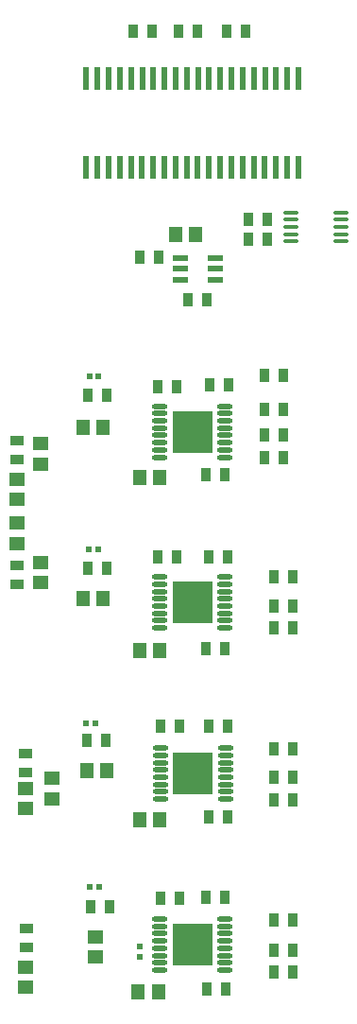
<source format=gbr>
G04 Layer_Color=128*
%FSLAX26Y26*%
%MOIN*%
%TF.FileFunction,Paste,Bot*%
%TF.Part,Single*%
G01*
G75*
%TA.AperFunction,SMDPad,CuDef*%
%ADD11R,0.033465X0.051181*%
%ADD24R,0.057087X0.045276*%
%ADD25R,0.051181X0.033465*%
%ADD26R,0.020472X0.020472*%
%ADD27O,0.055118X0.017716*%
%ADD28R,0.143701X0.145669*%
%ADD29R,0.024000X0.078740*%
%ADD30R,0.045276X0.057087*%
%ADD31O,0.053150X0.015748*%
%ADD32R,0.055118X0.021654*%
%ADD33R,0.024409X0.024409*%
D11*
X1188536Y-2219976D02*
D03*
X1255464D02*
D03*
X531636Y-980000D02*
D03*
X598564D02*
D03*
X1096535Y180000D02*
D03*
X1163465D02*
D03*
X1163465Y250000D02*
D03*
X1096535D02*
D03*
X691780Y914000D02*
D03*
X758708D02*
D03*
X851780D02*
D03*
X918708D02*
D03*
X1021780D02*
D03*
X1088708D02*
D03*
X1253464Y-1010000D02*
D03*
X1186536D02*
D03*
X1222000Y-300000D02*
D03*
X1155070D02*
D03*
X843464Y-340000D02*
D03*
X776536D02*
D03*
X786536Y-1536000D02*
D03*
X853464D02*
D03*
X594756Y-1586000D02*
D03*
X527826D02*
D03*
X1188536Y-1716000D02*
D03*
X1255464D02*
D03*
X956536Y-1856000D02*
D03*
X1023464D02*
D03*
X1013464Y-650000D02*
D03*
X946536D02*
D03*
X1153070Y-590000D02*
D03*
X1220000D02*
D03*
Y-420000D02*
D03*
X1153070D02*
D03*
X531636Y-370000D02*
D03*
X598564D02*
D03*
X1023464Y-1536000D02*
D03*
X956536D02*
D03*
X1188536Y-1189568D02*
D03*
X1255464D02*
D03*
X1220000Y-509796D02*
D03*
X1153070D02*
D03*
X1188536Y-1616000D02*
D03*
X1255464D02*
D03*
X1014159Y-1264008D02*
D03*
X947231D02*
D03*
X956536Y-940000D02*
D03*
X1023464D02*
D03*
X843464D02*
D03*
X776536D02*
D03*
X1255464Y-2403960D02*
D03*
X1188536D02*
D03*
Y-2326000D02*
D03*
X1255464D02*
D03*
X960183Y-334008D02*
D03*
X1027111D02*
D03*
X1255464Y-1796000D02*
D03*
X1188536D02*
D03*
X951566Y-2461442D02*
D03*
X1018496D02*
D03*
X1013780Y-2140646D02*
D03*
X946850D02*
D03*
X786536Y-2141000D02*
D03*
X853464D02*
D03*
X608496Y-2171442D02*
D03*
X541566D02*
D03*
X1255464Y-1112796D02*
D03*
X1188536D02*
D03*
X714016Y115992D02*
D03*
X780945D02*
D03*
X950945Y-34008D02*
D03*
X884016D02*
D03*
D24*
X280000Y-664568D02*
D03*
Y-735434D02*
D03*
X363800Y-540568D02*
D03*
Y-611434D02*
D03*
X280000Y-891432D02*
D03*
Y-820566D02*
D03*
X363800Y-1030188D02*
D03*
Y-959322D02*
D03*
X311856Y-1825745D02*
D03*
Y-1754879D02*
D03*
X405032Y-1791434D02*
D03*
Y-1720568D02*
D03*
X311856Y-2456874D02*
D03*
Y-2386008D02*
D03*
X557315Y-2350339D02*
D03*
Y-2279473D02*
D03*
D25*
X280000Y-1037078D02*
D03*
Y-970150D02*
D03*
X310000Y-1699464D02*
D03*
Y-1632536D02*
D03*
X315032Y-2314906D02*
D03*
Y-2247976D02*
D03*
X280000Y-528694D02*
D03*
Y-595622D02*
D03*
D26*
X537047Y-304008D02*
D03*
X568543D02*
D03*
X534976Y-914008D02*
D03*
X566471D02*
D03*
X557314Y-1526000D02*
D03*
X525818D02*
D03*
X570780Y-2103960D02*
D03*
X539284D02*
D03*
D27*
X1016142Y-1010434D02*
D03*
Y-1036024D02*
D03*
Y-1061614D02*
D03*
Y-1087204D02*
D03*
Y-1112796D02*
D03*
Y-1138386D02*
D03*
Y-1163976D02*
D03*
Y-1189568D02*
D03*
X783858Y-1010434D02*
D03*
Y-1036024D02*
D03*
Y-1061614D02*
D03*
Y-1087204D02*
D03*
Y-1112796D02*
D03*
Y-1138386D02*
D03*
Y-1163976D02*
D03*
Y-1189568D02*
D03*
X786858Y-1792568D02*
D03*
Y-1766976D02*
D03*
Y-1741386D02*
D03*
Y-1715796D02*
D03*
Y-1690204D02*
D03*
Y-1664614D02*
D03*
Y-1639024D02*
D03*
Y-1613434D02*
D03*
X1019142Y-1792568D02*
D03*
Y-1766976D02*
D03*
Y-1741386D02*
D03*
Y-1715796D02*
D03*
Y-1690204D02*
D03*
Y-1664614D02*
D03*
Y-1639024D02*
D03*
Y-1613434D02*
D03*
X783858Y-2395568D02*
D03*
Y-2369976D02*
D03*
Y-2344386D02*
D03*
Y-2318796D02*
D03*
Y-2293204D02*
D03*
Y-2267614D02*
D03*
Y-2242024D02*
D03*
Y-2216434D02*
D03*
X1016142Y-2395568D02*
D03*
Y-2369976D02*
D03*
Y-2344386D02*
D03*
Y-2318796D02*
D03*
Y-2293204D02*
D03*
Y-2267614D02*
D03*
Y-2242024D02*
D03*
Y-2216434D02*
D03*
Y-408614D02*
D03*
Y-434204D02*
D03*
Y-459796D02*
D03*
Y-485386D02*
D03*
Y-510976D02*
D03*
Y-536568D02*
D03*
Y-562158D02*
D03*
Y-587748D02*
D03*
X783858Y-408614D02*
D03*
Y-434204D02*
D03*
Y-459796D02*
D03*
Y-485386D02*
D03*
Y-510976D02*
D03*
Y-536568D02*
D03*
Y-562158D02*
D03*
Y-587748D02*
D03*
D28*
X900000Y-1100000D02*
D03*
X903000Y-1703000D02*
D03*
X900000Y-2306000D02*
D03*
Y-498182D02*
D03*
D29*
X526088Y747360D02*
D03*
X565488D02*
D03*
X604888D02*
D03*
X644288D02*
D03*
X683688D02*
D03*
X723088D02*
D03*
X762488D02*
D03*
X801888D02*
D03*
X841288D02*
D03*
X880688D02*
D03*
X920088D02*
D03*
X959488D02*
D03*
X998888D02*
D03*
X1038288D02*
D03*
X1077688D02*
D03*
X1117088D02*
D03*
X1156488D02*
D03*
X1195888D02*
D03*
X1235288D02*
D03*
X1274688D02*
D03*
X525700Y432640D02*
D03*
X565100D02*
D03*
X604500D02*
D03*
X643900D02*
D03*
X683300D02*
D03*
X722700D02*
D03*
X762100D02*
D03*
X801500D02*
D03*
X840900D02*
D03*
X880300D02*
D03*
X919700D02*
D03*
X959100D02*
D03*
X998500D02*
D03*
X1037900D02*
D03*
X1077300D02*
D03*
X1116700D02*
D03*
X1156100D02*
D03*
X1195500D02*
D03*
X1234900D02*
D03*
X1274300D02*
D03*
D30*
X527566Y-1691000D02*
D03*
X598432D02*
D03*
X714566Y-1866000D02*
D03*
X785432D02*
D03*
X585432Y-484204D02*
D03*
X514566D02*
D03*
X785432Y-660000D02*
D03*
X714566D02*
D03*
X585432Y-1087204D02*
D03*
X514566D02*
D03*
X785432Y-1270000D02*
D03*
X714566D02*
D03*
X709598Y-2471442D02*
D03*
X780464D02*
D03*
X842047Y195992D02*
D03*
X912913D02*
D03*
D31*
X1247078Y172818D02*
D03*
Y198410D02*
D03*
Y224000D02*
D03*
Y249590D02*
D03*
Y275180D02*
D03*
X1426212Y172818D02*
D03*
Y198410D02*
D03*
Y224000D02*
D03*
Y249590D02*
D03*
Y275180D02*
D03*
D32*
X980984Y38590D02*
D03*
Y75992D02*
D03*
Y113394D02*
D03*
X856968D02*
D03*
Y75992D02*
D03*
Y38590D02*
D03*
D33*
X714566Y-2347716D02*
D03*
Y-2312283D02*
D03*
%TF.MD5,699add083b4b257ada27dc67f026f86e*%
M02*

</source>
